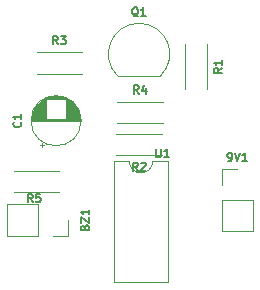
<source format=gbr>
%TF.GenerationSoftware,KiCad,Pcbnew,(5.1.12)-1*%
%TF.CreationDate,2023-08-17T14:56:45+05:30*%
%TF.ProjectId,rain alaram,7261696e-2061-46c6-9172-616d2e6b6963,rev?*%
%TF.SameCoordinates,Original*%
%TF.FileFunction,Legend,Top*%
%TF.FilePolarity,Positive*%
%FSLAX46Y46*%
G04 Gerber Fmt 4.6, Leading zero omitted, Abs format (unit mm)*
G04 Created by KiCad (PCBNEW (5.1.12)-1) date 2023-08-17 14:56:45*
%MOMM*%
%LPD*%
G01*
G04 APERTURE LIST*
%ADD10C,0.120000*%
%ADD11C,0.150000*%
G04 APERTURE END LIST*
D10*
%TO.C,R1*%
X135830000Y-73700000D02*
X135830000Y-77540000D01*
X137670000Y-73700000D02*
X137670000Y-77540000D01*
%TO.C,R5*%
X125170000Y-84410000D02*
X121330000Y-84410000D01*
X125170000Y-86250000D02*
X121330000Y-86250000D01*
%TO.C,U1*%
X134370000Y-83600000D02*
X133120000Y-83600000D01*
X134370000Y-93880000D02*
X134370000Y-83600000D01*
X129870000Y-93880000D02*
X134370000Y-93880000D01*
X129870000Y-83600000D02*
X129870000Y-93880000D01*
X131120000Y-83600000D02*
X129870000Y-83600000D01*
X133120000Y-83600000D02*
G75*
G02*
X131120000Y-83600000I-1000000J0D01*
G01*
%TO.C,BZ1*%
X125970000Y-88610000D02*
X125970000Y-89940000D01*
X125970000Y-89940000D02*
X124640000Y-89940000D01*
X123370000Y-89940000D02*
X120770000Y-89940000D01*
X120770000Y-87280000D02*
X120770000Y-89940000D01*
X123370000Y-87280000D02*
X120770000Y-87280000D01*
X123370000Y-87280000D02*
X123370000Y-89940000D01*
%TO.C,Q1*%
X133798478Y-76378478D02*
G75*
G03*
X131960000Y-71940000I-1838478J1838478D01*
G01*
X130121522Y-76378478D02*
G75*
G02*
X131960000Y-71940000I1838478J1838478D01*
G01*
X130160000Y-76390000D02*
X133760000Y-76390000D01*
%TO.C,9V1*%
X138950000Y-84290000D02*
X140280000Y-84290000D01*
X138950000Y-85620000D02*
X138950000Y-84290000D01*
X138950000Y-86890000D02*
X141610000Y-86890000D01*
X141610000Y-86890000D02*
X141610000Y-89490000D01*
X138950000Y-86890000D02*
X138950000Y-89490000D01*
X138950000Y-89490000D02*
X141610000Y-89490000D01*
%TO.C,R2*%
X133880000Y-83130000D02*
X130040000Y-83130000D01*
X133880000Y-81290000D02*
X130040000Y-81290000D01*
%TO.C,R4*%
X130110000Y-78580000D02*
X133950000Y-78580000D01*
X130110000Y-80420000D02*
X133950000Y-80420000D01*
%TO.C,R3*%
X123280000Y-74390000D02*
X127120000Y-74390000D01*
X123280000Y-76230000D02*
X127120000Y-76230000D01*
%TO.C,C1*%
X127050000Y-80190000D02*
G75*
G03*
X127050000Y-80190000I-2120000J0D01*
G01*
X122850000Y-80190000D02*
X127010000Y-80190000D01*
X122850000Y-80150000D02*
X127010000Y-80150000D01*
X122851000Y-80110000D02*
X127009000Y-80110000D01*
X122853000Y-80070000D02*
X127007000Y-80070000D01*
X122856000Y-80030000D02*
X127004000Y-80030000D01*
X122859000Y-79990000D02*
X124090000Y-79990000D01*
X125770000Y-79990000D02*
X127001000Y-79990000D01*
X122863000Y-79950000D02*
X124090000Y-79950000D01*
X125770000Y-79950000D02*
X126997000Y-79950000D01*
X122868000Y-79910000D02*
X124090000Y-79910000D01*
X125770000Y-79910000D02*
X126992000Y-79910000D01*
X122874000Y-79870000D02*
X124090000Y-79870000D01*
X125770000Y-79870000D02*
X126986000Y-79870000D01*
X122880000Y-79830000D02*
X124090000Y-79830000D01*
X125770000Y-79830000D02*
X126980000Y-79830000D01*
X122888000Y-79790000D02*
X124090000Y-79790000D01*
X125770000Y-79790000D02*
X126972000Y-79790000D01*
X122896000Y-79750000D02*
X124090000Y-79750000D01*
X125770000Y-79750000D02*
X126964000Y-79750000D01*
X122905000Y-79710000D02*
X124090000Y-79710000D01*
X125770000Y-79710000D02*
X126955000Y-79710000D01*
X122914000Y-79670000D02*
X124090000Y-79670000D01*
X125770000Y-79670000D02*
X126946000Y-79670000D01*
X122925000Y-79630000D02*
X124090000Y-79630000D01*
X125770000Y-79630000D02*
X126935000Y-79630000D01*
X122936000Y-79590000D02*
X124090000Y-79590000D01*
X125770000Y-79590000D02*
X126924000Y-79590000D01*
X122948000Y-79550000D02*
X124090000Y-79550000D01*
X125770000Y-79550000D02*
X126912000Y-79550000D01*
X122962000Y-79510000D02*
X124090000Y-79510000D01*
X125770000Y-79510000D02*
X126898000Y-79510000D01*
X122976000Y-79469000D02*
X124090000Y-79469000D01*
X125770000Y-79469000D02*
X126884000Y-79469000D01*
X122990000Y-79429000D02*
X124090000Y-79429000D01*
X125770000Y-79429000D02*
X126870000Y-79429000D01*
X123006000Y-79389000D02*
X124090000Y-79389000D01*
X125770000Y-79389000D02*
X126854000Y-79389000D01*
X123023000Y-79349000D02*
X124090000Y-79349000D01*
X125770000Y-79349000D02*
X126837000Y-79349000D01*
X123041000Y-79309000D02*
X124090000Y-79309000D01*
X125770000Y-79309000D02*
X126819000Y-79309000D01*
X123060000Y-79269000D02*
X124090000Y-79269000D01*
X125770000Y-79269000D02*
X126800000Y-79269000D01*
X123079000Y-79229000D02*
X124090000Y-79229000D01*
X125770000Y-79229000D02*
X126781000Y-79229000D01*
X123100000Y-79189000D02*
X124090000Y-79189000D01*
X125770000Y-79189000D02*
X126760000Y-79189000D01*
X123122000Y-79149000D02*
X124090000Y-79149000D01*
X125770000Y-79149000D02*
X126738000Y-79149000D01*
X123145000Y-79109000D02*
X124090000Y-79109000D01*
X125770000Y-79109000D02*
X126715000Y-79109000D01*
X123170000Y-79069000D02*
X124090000Y-79069000D01*
X125770000Y-79069000D02*
X126690000Y-79069000D01*
X123195000Y-79029000D02*
X124090000Y-79029000D01*
X125770000Y-79029000D02*
X126665000Y-79029000D01*
X123222000Y-78989000D02*
X124090000Y-78989000D01*
X125770000Y-78989000D02*
X126638000Y-78989000D01*
X123250000Y-78949000D02*
X124090000Y-78949000D01*
X125770000Y-78949000D02*
X126610000Y-78949000D01*
X123280000Y-78909000D02*
X124090000Y-78909000D01*
X125770000Y-78909000D02*
X126580000Y-78909000D01*
X123311000Y-78869000D02*
X124090000Y-78869000D01*
X125770000Y-78869000D02*
X126549000Y-78869000D01*
X123343000Y-78829000D02*
X124090000Y-78829000D01*
X125770000Y-78829000D02*
X126517000Y-78829000D01*
X123378000Y-78789000D02*
X124090000Y-78789000D01*
X125770000Y-78789000D02*
X126482000Y-78789000D01*
X123414000Y-78749000D02*
X124090000Y-78749000D01*
X125770000Y-78749000D02*
X126446000Y-78749000D01*
X123452000Y-78709000D02*
X124090000Y-78709000D01*
X125770000Y-78709000D02*
X126408000Y-78709000D01*
X123492000Y-78669000D02*
X124090000Y-78669000D01*
X125770000Y-78669000D02*
X126368000Y-78669000D01*
X123534000Y-78629000D02*
X124090000Y-78629000D01*
X125770000Y-78629000D02*
X126326000Y-78629000D01*
X123579000Y-78589000D02*
X124090000Y-78589000D01*
X125770000Y-78589000D02*
X126281000Y-78589000D01*
X123626000Y-78549000D02*
X124090000Y-78549000D01*
X125770000Y-78549000D02*
X126234000Y-78549000D01*
X123676000Y-78509000D02*
X124090000Y-78509000D01*
X125770000Y-78509000D02*
X126184000Y-78509000D01*
X123730000Y-78469000D02*
X124090000Y-78469000D01*
X125770000Y-78469000D02*
X126130000Y-78469000D01*
X123788000Y-78429000D02*
X124090000Y-78429000D01*
X125770000Y-78429000D02*
X126072000Y-78429000D01*
X123850000Y-78389000D02*
X124090000Y-78389000D01*
X125770000Y-78389000D02*
X126010000Y-78389000D01*
X123917000Y-78349000D02*
X125943000Y-78349000D01*
X123990000Y-78309000D02*
X125870000Y-78309000D01*
X124071000Y-78269000D02*
X125789000Y-78269000D01*
X124162000Y-78229000D02*
X125698000Y-78229000D01*
X124266000Y-78189000D02*
X125594000Y-78189000D01*
X124393000Y-78149000D02*
X125467000Y-78149000D01*
X124560000Y-78109000D02*
X125300000Y-78109000D01*
X123735000Y-82459801D02*
X123735000Y-82059801D01*
X123535000Y-82259801D02*
X123935000Y-82259801D01*
%TO.C,R1*%
D11*
X138986666Y-75736666D02*
X138653333Y-75970000D01*
X138986666Y-76136666D02*
X138286666Y-76136666D01*
X138286666Y-75870000D01*
X138320000Y-75803333D01*
X138353333Y-75770000D01*
X138420000Y-75736666D01*
X138520000Y-75736666D01*
X138586666Y-75770000D01*
X138620000Y-75803333D01*
X138653333Y-75870000D01*
X138653333Y-76136666D01*
X138986666Y-75070000D02*
X138986666Y-75470000D01*
X138986666Y-75270000D02*
X138286666Y-75270000D01*
X138386666Y-75336666D01*
X138453333Y-75403333D01*
X138486666Y-75470000D01*
%TO.C,R5*%
X122953333Y-87076666D02*
X122720000Y-86743333D01*
X122553333Y-87076666D02*
X122553333Y-86376666D01*
X122820000Y-86376666D01*
X122886666Y-86410000D01*
X122920000Y-86443333D01*
X122953333Y-86510000D01*
X122953333Y-86610000D01*
X122920000Y-86676666D01*
X122886666Y-86710000D01*
X122820000Y-86743333D01*
X122553333Y-86743333D01*
X123586666Y-86376666D02*
X123253333Y-86376666D01*
X123220000Y-86710000D01*
X123253333Y-86676666D01*
X123320000Y-86643333D01*
X123486666Y-86643333D01*
X123553333Y-86676666D01*
X123586666Y-86710000D01*
X123620000Y-86776666D01*
X123620000Y-86943333D01*
X123586666Y-87010000D01*
X123553333Y-87043333D01*
X123486666Y-87076666D01*
X123320000Y-87076666D01*
X123253333Y-87043333D01*
X123220000Y-87010000D01*
%TO.C,U1*%
X133386666Y-82596666D02*
X133386666Y-83163333D01*
X133420000Y-83230000D01*
X133453333Y-83263333D01*
X133520000Y-83296666D01*
X133653333Y-83296666D01*
X133720000Y-83263333D01*
X133753333Y-83230000D01*
X133786666Y-83163333D01*
X133786666Y-82596666D01*
X134486666Y-83296666D02*
X134086666Y-83296666D01*
X134286666Y-83296666D02*
X134286666Y-82596666D01*
X134220000Y-82696666D01*
X134153333Y-82763333D01*
X134086666Y-82796666D01*
%TO.C,BZ1*%
X127360000Y-89226666D02*
X127393333Y-89126666D01*
X127426666Y-89093333D01*
X127493333Y-89060000D01*
X127593333Y-89060000D01*
X127660000Y-89093333D01*
X127693333Y-89126666D01*
X127726666Y-89193333D01*
X127726666Y-89460000D01*
X127026666Y-89460000D01*
X127026666Y-89226666D01*
X127060000Y-89160000D01*
X127093333Y-89126666D01*
X127160000Y-89093333D01*
X127226666Y-89093333D01*
X127293333Y-89126666D01*
X127326666Y-89160000D01*
X127360000Y-89226666D01*
X127360000Y-89460000D01*
X127026666Y-88826666D02*
X127026666Y-88360000D01*
X127726666Y-88826666D01*
X127726666Y-88360000D01*
X127726666Y-87726666D02*
X127726666Y-88126666D01*
X127726666Y-87926666D02*
X127026666Y-87926666D01*
X127126666Y-87993333D01*
X127193333Y-88060000D01*
X127226666Y-88126666D01*
%TO.C,Q1*%
X131893333Y-71363333D02*
X131826666Y-71330000D01*
X131760000Y-71263333D01*
X131660000Y-71163333D01*
X131593333Y-71130000D01*
X131526666Y-71130000D01*
X131560000Y-71296666D02*
X131493333Y-71263333D01*
X131426666Y-71196666D01*
X131393333Y-71063333D01*
X131393333Y-70830000D01*
X131426666Y-70696666D01*
X131493333Y-70630000D01*
X131560000Y-70596666D01*
X131693333Y-70596666D01*
X131760000Y-70630000D01*
X131826666Y-70696666D01*
X131860000Y-70830000D01*
X131860000Y-71063333D01*
X131826666Y-71196666D01*
X131760000Y-71263333D01*
X131693333Y-71296666D01*
X131560000Y-71296666D01*
X132526666Y-71296666D02*
X132126666Y-71296666D01*
X132326666Y-71296666D02*
X132326666Y-70596666D01*
X132260000Y-70696666D01*
X132193333Y-70763333D01*
X132126666Y-70796666D01*
%TO.C,9V1*%
X139513333Y-83606666D02*
X139646666Y-83606666D01*
X139713333Y-83573333D01*
X139746666Y-83540000D01*
X139813333Y-83440000D01*
X139846666Y-83306666D01*
X139846666Y-83040000D01*
X139813333Y-82973333D01*
X139780000Y-82940000D01*
X139713333Y-82906666D01*
X139580000Y-82906666D01*
X139513333Y-82940000D01*
X139480000Y-82973333D01*
X139446666Y-83040000D01*
X139446666Y-83206666D01*
X139480000Y-83273333D01*
X139513333Y-83306666D01*
X139580000Y-83340000D01*
X139713333Y-83340000D01*
X139780000Y-83306666D01*
X139813333Y-83273333D01*
X139846666Y-83206666D01*
X140046666Y-82906666D02*
X140280000Y-83606666D01*
X140513333Y-82906666D01*
X141113333Y-83606666D02*
X140713333Y-83606666D01*
X140913333Y-83606666D02*
X140913333Y-82906666D01*
X140846666Y-83006666D01*
X140780000Y-83073333D01*
X140713333Y-83106666D01*
%TO.C,R2*%
X131843333Y-84446666D02*
X131610000Y-84113333D01*
X131443333Y-84446666D02*
X131443333Y-83746666D01*
X131710000Y-83746666D01*
X131776666Y-83780000D01*
X131810000Y-83813333D01*
X131843333Y-83880000D01*
X131843333Y-83980000D01*
X131810000Y-84046666D01*
X131776666Y-84080000D01*
X131710000Y-84113333D01*
X131443333Y-84113333D01*
X132110000Y-83813333D02*
X132143333Y-83780000D01*
X132210000Y-83746666D01*
X132376666Y-83746666D01*
X132443333Y-83780000D01*
X132476666Y-83813333D01*
X132510000Y-83880000D01*
X132510000Y-83946666D01*
X132476666Y-84046666D01*
X132076666Y-84446666D01*
X132510000Y-84446666D01*
%TO.C,R4*%
X131913333Y-77896666D02*
X131680000Y-77563333D01*
X131513333Y-77896666D02*
X131513333Y-77196666D01*
X131780000Y-77196666D01*
X131846666Y-77230000D01*
X131880000Y-77263333D01*
X131913333Y-77330000D01*
X131913333Y-77430000D01*
X131880000Y-77496666D01*
X131846666Y-77530000D01*
X131780000Y-77563333D01*
X131513333Y-77563333D01*
X132513333Y-77430000D02*
X132513333Y-77896666D01*
X132346666Y-77163333D02*
X132180000Y-77663333D01*
X132613333Y-77663333D01*
%TO.C,R3*%
X125083333Y-73706666D02*
X124850000Y-73373333D01*
X124683333Y-73706666D02*
X124683333Y-73006666D01*
X124950000Y-73006666D01*
X125016666Y-73040000D01*
X125050000Y-73073333D01*
X125083333Y-73140000D01*
X125083333Y-73240000D01*
X125050000Y-73306666D01*
X125016666Y-73340000D01*
X124950000Y-73373333D01*
X124683333Y-73373333D01*
X125316666Y-73006666D02*
X125750000Y-73006666D01*
X125516666Y-73273333D01*
X125616666Y-73273333D01*
X125683333Y-73306666D01*
X125716666Y-73340000D01*
X125750000Y-73406666D01*
X125750000Y-73573333D01*
X125716666Y-73640000D01*
X125683333Y-73673333D01*
X125616666Y-73706666D01*
X125416666Y-73706666D01*
X125350000Y-73673333D01*
X125316666Y-73640000D01*
%TO.C,C1*%
X121930000Y-80306666D02*
X121963333Y-80340000D01*
X121996666Y-80440000D01*
X121996666Y-80506666D01*
X121963333Y-80606666D01*
X121896666Y-80673333D01*
X121830000Y-80706666D01*
X121696666Y-80740000D01*
X121596666Y-80740000D01*
X121463333Y-80706666D01*
X121396666Y-80673333D01*
X121330000Y-80606666D01*
X121296666Y-80506666D01*
X121296666Y-80440000D01*
X121330000Y-80340000D01*
X121363333Y-80306666D01*
X121996666Y-79640000D02*
X121996666Y-80040000D01*
X121996666Y-79840000D02*
X121296666Y-79840000D01*
X121396666Y-79906666D01*
X121463333Y-79973333D01*
X121496666Y-80040000D01*
%TD*%
M02*

</source>
